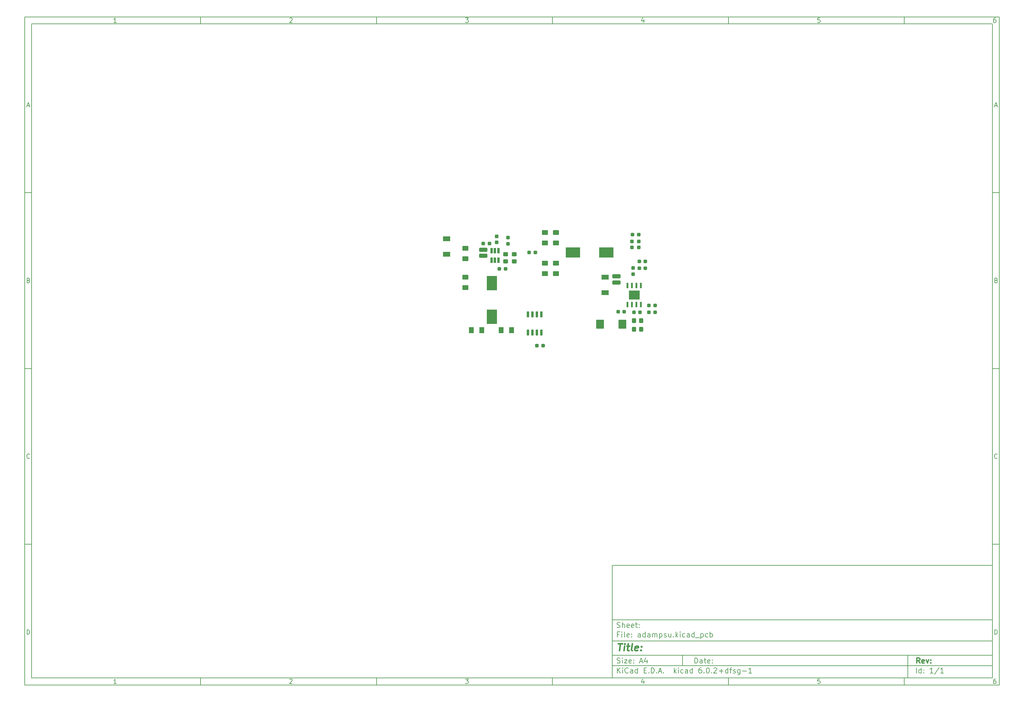
<source format=gbr>
G04 #@! TF.GenerationSoftware,KiCad,Pcbnew,6.0.2+dfsg-1*
G04 #@! TF.CreationDate,2023-07-16T14:07:35-07:00*
G04 #@! TF.ProjectId,adampsu,6164616d-7073-4752-9e6b-696361645f70,rev?*
G04 #@! TF.SameCoordinates,Original*
G04 #@! TF.FileFunction,Paste,Top*
G04 #@! TF.FilePolarity,Positive*
%FSLAX46Y46*%
G04 Gerber Fmt 4.6, Leading zero omitted, Abs format (unit mm)*
G04 Created by KiCad (PCBNEW 6.0.2+dfsg-1) date 2023-07-16 14:07:35*
%MOMM*%
%LPD*%
G01*
G04 APERTURE LIST*
G04 Aperture macros list*
%AMRoundRect*
0 Rectangle with rounded corners*
0 $1 Rounding radius*
0 $2 $3 $4 $5 $6 $7 $8 $9 X,Y pos of 4 corners*
0 Add a 4 corners polygon primitive as box body*
4,1,4,$2,$3,$4,$5,$6,$7,$8,$9,$2,$3,0*
0 Add four circle primitives for the rounded corners*
1,1,$1+$1,$2,$3*
1,1,$1+$1,$4,$5*
1,1,$1+$1,$6,$7*
1,1,$1+$1,$8,$9*
0 Add four rect primitives between the rounded corners*
20,1,$1+$1,$2,$3,$4,$5,0*
20,1,$1+$1,$4,$5,$6,$7,0*
20,1,$1+$1,$6,$7,$8,$9,0*
20,1,$1+$1,$8,$9,$2,$3,0*%
G04 Aperture macros list end*
%ADD10C,0.100000*%
%ADD11C,0.150000*%
%ADD12C,0.300000*%
%ADD13C,0.400000*%
%ADD14RoundRect,0.250000X0.450000X-0.325000X0.450000X0.325000X-0.450000X0.325000X-0.450000X-0.325000X0*%
%ADD15R,3.000000X4.100000*%
%ADD16RoundRect,0.249550X-0.950450X0.325450X-0.950450X-0.325450X0.950450X-0.325450X0.950450X0.325450X0*%
%ADD17R,4.100000X3.000000*%
%ADD18RoundRect,0.250001X0.624999X-0.462499X0.624999X0.462499X-0.624999X0.462499X-0.624999X-0.462499X0*%
%ADD19RoundRect,0.237500X0.237500X-0.287500X0.237500X0.287500X-0.237500X0.287500X-0.237500X-0.287500X0*%
%ADD20R,0.600000X1.550000*%
%ADD21R,3.100000X2.600000*%
%ADD22RoundRect,0.237500X-0.287500X-0.237500X0.287500X-0.237500X0.287500X0.237500X-0.287500X0.237500X0*%
%ADD23RoundRect,0.237500X-0.237500X0.287500X-0.237500X-0.287500X0.237500X-0.287500X0.237500X0.287500X0*%
%ADD24RoundRect,0.237500X0.287500X0.237500X-0.287500X0.237500X-0.287500X-0.237500X0.287500X-0.237500X0*%
%ADD25RoundRect,0.250001X-0.462499X-0.624999X0.462499X-0.624999X0.462499X0.624999X-0.462499X0.624999X0*%
%ADD26RoundRect,0.250000X0.875000X1.025000X-0.875000X1.025000X-0.875000X-1.025000X0.875000X-1.025000X0*%
%ADD27RoundRect,0.250000X-0.325000X-0.450000X0.325000X-0.450000X0.325000X0.450000X-0.325000X0.450000X0*%
%ADD28RoundRect,0.250001X-0.624999X0.462499X-0.624999X-0.462499X0.624999X-0.462499X0.624999X0.462499X0*%
%ADD29R,0.650000X1.560000*%
%ADD30R,2.100000X1.400000*%
%ADD31RoundRect,0.250001X0.462499X0.624999X-0.462499X0.624999X-0.462499X-0.624999X0.462499X-0.624999X0*%
%ADD32RoundRect,0.150000X0.150000X-0.725000X0.150000X0.725000X-0.150000X0.725000X-0.150000X-0.725000X0*%
G04 APERTURE END LIST*
D10*
D11*
X177002200Y-166007200D02*
X177002200Y-198007200D01*
X285002200Y-198007200D01*
X285002200Y-166007200D01*
X177002200Y-166007200D01*
D10*
D11*
X10000000Y-10000000D02*
X10000000Y-200007200D01*
X287002200Y-200007200D01*
X287002200Y-10000000D01*
X10000000Y-10000000D01*
D10*
D11*
X12000000Y-12000000D02*
X12000000Y-198007200D01*
X285002200Y-198007200D01*
X285002200Y-12000000D01*
X12000000Y-12000000D01*
D10*
D11*
X60000000Y-12000000D02*
X60000000Y-10000000D01*
D10*
D11*
X110000000Y-12000000D02*
X110000000Y-10000000D01*
D10*
D11*
X160000000Y-12000000D02*
X160000000Y-10000000D01*
D10*
D11*
X210000000Y-12000000D02*
X210000000Y-10000000D01*
D10*
D11*
X260000000Y-12000000D02*
X260000000Y-10000000D01*
D10*
D11*
X36065476Y-11588095D02*
X35322619Y-11588095D01*
X35694047Y-11588095D02*
X35694047Y-10288095D01*
X35570238Y-10473809D01*
X35446428Y-10597619D01*
X35322619Y-10659523D01*
D10*
D11*
X85322619Y-10411904D02*
X85384523Y-10350000D01*
X85508333Y-10288095D01*
X85817857Y-10288095D01*
X85941666Y-10350000D01*
X86003571Y-10411904D01*
X86065476Y-10535714D01*
X86065476Y-10659523D01*
X86003571Y-10845238D01*
X85260714Y-11588095D01*
X86065476Y-11588095D01*
D10*
D11*
X135260714Y-10288095D02*
X136065476Y-10288095D01*
X135632142Y-10783333D01*
X135817857Y-10783333D01*
X135941666Y-10845238D01*
X136003571Y-10907142D01*
X136065476Y-11030952D01*
X136065476Y-11340476D01*
X136003571Y-11464285D01*
X135941666Y-11526190D01*
X135817857Y-11588095D01*
X135446428Y-11588095D01*
X135322619Y-11526190D01*
X135260714Y-11464285D01*
D10*
D11*
X185941666Y-10721428D02*
X185941666Y-11588095D01*
X185632142Y-10226190D02*
X185322619Y-11154761D01*
X186127380Y-11154761D01*
D10*
D11*
X236003571Y-10288095D02*
X235384523Y-10288095D01*
X235322619Y-10907142D01*
X235384523Y-10845238D01*
X235508333Y-10783333D01*
X235817857Y-10783333D01*
X235941666Y-10845238D01*
X236003571Y-10907142D01*
X236065476Y-11030952D01*
X236065476Y-11340476D01*
X236003571Y-11464285D01*
X235941666Y-11526190D01*
X235817857Y-11588095D01*
X235508333Y-11588095D01*
X235384523Y-11526190D01*
X235322619Y-11464285D01*
D10*
D11*
X285941666Y-10288095D02*
X285694047Y-10288095D01*
X285570238Y-10350000D01*
X285508333Y-10411904D01*
X285384523Y-10597619D01*
X285322619Y-10845238D01*
X285322619Y-11340476D01*
X285384523Y-11464285D01*
X285446428Y-11526190D01*
X285570238Y-11588095D01*
X285817857Y-11588095D01*
X285941666Y-11526190D01*
X286003571Y-11464285D01*
X286065476Y-11340476D01*
X286065476Y-11030952D01*
X286003571Y-10907142D01*
X285941666Y-10845238D01*
X285817857Y-10783333D01*
X285570238Y-10783333D01*
X285446428Y-10845238D01*
X285384523Y-10907142D01*
X285322619Y-11030952D01*
D10*
D11*
X60000000Y-198007200D02*
X60000000Y-200007200D01*
D10*
D11*
X110000000Y-198007200D02*
X110000000Y-200007200D01*
D10*
D11*
X160000000Y-198007200D02*
X160000000Y-200007200D01*
D10*
D11*
X210000000Y-198007200D02*
X210000000Y-200007200D01*
D10*
D11*
X260000000Y-198007200D02*
X260000000Y-200007200D01*
D10*
D11*
X36065476Y-199595295D02*
X35322619Y-199595295D01*
X35694047Y-199595295D02*
X35694047Y-198295295D01*
X35570238Y-198481009D01*
X35446428Y-198604819D01*
X35322619Y-198666723D01*
D10*
D11*
X85322619Y-198419104D02*
X85384523Y-198357200D01*
X85508333Y-198295295D01*
X85817857Y-198295295D01*
X85941666Y-198357200D01*
X86003571Y-198419104D01*
X86065476Y-198542914D01*
X86065476Y-198666723D01*
X86003571Y-198852438D01*
X85260714Y-199595295D01*
X86065476Y-199595295D01*
D10*
D11*
X135260714Y-198295295D02*
X136065476Y-198295295D01*
X135632142Y-198790533D01*
X135817857Y-198790533D01*
X135941666Y-198852438D01*
X136003571Y-198914342D01*
X136065476Y-199038152D01*
X136065476Y-199347676D01*
X136003571Y-199471485D01*
X135941666Y-199533390D01*
X135817857Y-199595295D01*
X135446428Y-199595295D01*
X135322619Y-199533390D01*
X135260714Y-199471485D01*
D10*
D11*
X185941666Y-198728628D02*
X185941666Y-199595295D01*
X185632142Y-198233390D02*
X185322619Y-199161961D01*
X186127380Y-199161961D01*
D10*
D11*
X236003571Y-198295295D02*
X235384523Y-198295295D01*
X235322619Y-198914342D01*
X235384523Y-198852438D01*
X235508333Y-198790533D01*
X235817857Y-198790533D01*
X235941666Y-198852438D01*
X236003571Y-198914342D01*
X236065476Y-199038152D01*
X236065476Y-199347676D01*
X236003571Y-199471485D01*
X235941666Y-199533390D01*
X235817857Y-199595295D01*
X235508333Y-199595295D01*
X235384523Y-199533390D01*
X235322619Y-199471485D01*
D10*
D11*
X285941666Y-198295295D02*
X285694047Y-198295295D01*
X285570238Y-198357200D01*
X285508333Y-198419104D01*
X285384523Y-198604819D01*
X285322619Y-198852438D01*
X285322619Y-199347676D01*
X285384523Y-199471485D01*
X285446428Y-199533390D01*
X285570238Y-199595295D01*
X285817857Y-199595295D01*
X285941666Y-199533390D01*
X286003571Y-199471485D01*
X286065476Y-199347676D01*
X286065476Y-199038152D01*
X286003571Y-198914342D01*
X285941666Y-198852438D01*
X285817857Y-198790533D01*
X285570238Y-198790533D01*
X285446428Y-198852438D01*
X285384523Y-198914342D01*
X285322619Y-199038152D01*
D10*
D11*
X10000000Y-60000000D02*
X12000000Y-60000000D01*
D10*
D11*
X10000000Y-110000000D02*
X12000000Y-110000000D01*
D10*
D11*
X10000000Y-160000000D02*
X12000000Y-160000000D01*
D10*
D11*
X10690476Y-35216666D02*
X11309523Y-35216666D01*
X10566666Y-35588095D02*
X11000000Y-34288095D01*
X11433333Y-35588095D01*
D10*
D11*
X11092857Y-84907142D02*
X11278571Y-84969047D01*
X11340476Y-85030952D01*
X11402380Y-85154761D01*
X11402380Y-85340476D01*
X11340476Y-85464285D01*
X11278571Y-85526190D01*
X11154761Y-85588095D01*
X10659523Y-85588095D01*
X10659523Y-84288095D01*
X11092857Y-84288095D01*
X11216666Y-84350000D01*
X11278571Y-84411904D01*
X11340476Y-84535714D01*
X11340476Y-84659523D01*
X11278571Y-84783333D01*
X11216666Y-84845238D01*
X11092857Y-84907142D01*
X10659523Y-84907142D01*
D10*
D11*
X11402380Y-135464285D02*
X11340476Y-135526190D01*
X11154761Y-135588095D01*
X11030952Y-135588095D01*
X10845238Y-135526190D01*
X10721428Y-135402380D01*
X10659523Y-135278571D01*
X10597619Y-135030952D01*
X10597619Y-134845238D01*
X10659523Y-134597619D01*
X10721428Y-134473809D01*
X10845238Y-134350000D01*
X11030952Y-134288095D01*
X11154761Y-134288095D01*
X11340476Y-134350000D01*
X11402380Y-134411904D01*
D10*
D11*
X10659523Y-185588095D02*
X10659523Y-184288095D01*
X10969047Y-184288095D01*
X11154761Y-184350000D01*
X11278571Y-184473809D01*
X11340476Y-184597619D01*
X11402380Y-184845238D01*
X11402380Y-185030952D01*
X11340476Y-185278571D01*
X11278571Y-185402380D01*
X11154761Y-185526190D01*
X10969047Y-185588095D01*
X10659523Y-185588095D01*
D10*
D11*
X287002200Y-60000000D02*
X285002200Y-60000000D01*
D10*
D11*
X287002200Y-110000000D02*
X285002200Y-110000000D01*
D10*
D11*
X287002200Y-160000000D02*
X285002200Y-160000000D01*
D10*
D11*
X285692676Y-35216666D02*
X286311723Y-35216666D01*
X285568866Y-35588095D02*
X286002200Y-34288095D01*
X286435533Y-35588095D01*
D10*
D11*
X286095057Y-84907142D02*
X286280771Y-84969047D01*
X286342676Y-85030952D01*
X286404580Y-85154761D01*
X286404580Y-85340476D01*
X286342676Y-85464285D01*
X286280771Y-85526190D01*
X286156961Y-85588095D01*
X285661723Y-85588095D01*
X285661723Y-84288095D01*
X286095057Y-84288095D01*
X286218866Y-84350000D01*
X286280771Y-84411904D01*
X286342676Y-84535714D01*
X286342676Y-84659523D01*
X286280771Y-84783333D01*
X286218866Y-84845238D01*
X286095057Y-84907142D01*
X285661723Y-84907142D01*
D10*
D11*
X286404580Y-135464285D02*
X286342676Y-135526190D01*
X286156961Y-135588095D01*
X286033152Y-135588095D01*
X285847438Y-135526190D01*
X285723628Y-135402380D01*
X285661723Y-135278571D01*
X285599819Y-135030952D01*
X285599819Y-134845238D01*
X285661723Y-134597619D01*
X285723628Y-134473809D01*
X285847438Y-134350000D01*
X286033152Y-134288095D01*
X286156961Y-134288095D01*
X286342676Y-134350000D01*
X286404580Y-134411904D01*
D10*
D11*
X285661723Y-185588095D02*
X285661723Y-184288095D01*
X285971247Y-184288095D01*
X286156961Y-184350000D01*
X286280771Y-184473809D01*
X286342676Y-184597619D01*
X286404580Y-184845238D01*
X286404580Y-185030952D01*
X286342676Y-185278571D01*
X286280771Y-185402380D01*
X286156961Y-185526190D01*
X285971247Y-185588095D01*
X285661723Y-185588095D01*
D10*
D11*
X200434342Y-193785771D02*
X200434342Y-192285771D01*
X200791485Y-192285771D01*
X201005771Y-192357200D01*
X201148628Y-192500057D01*
X201220057Y-192642914D01*
X201291485Y-192928628D01*
X201291485Y-193142914D01*
X201220057Y-193428628D01*
X201148628Y-193571485D01*
X201005771Y-193714342D01*
X200791485Y-193785771D01*
X200434342Y-193785771D01*
X202577200Y-193785771D02*
X202577200Y-193000057D01*
X202505771Y-192857200D01*
X202362914Y-192785771D01*
X202077200Y-192785771D01*
X201934342Y-192857200D01*
X202577200Y-193714342D02*
X202434342Y-193785771D01*
X202077200Y-193785771D01*
X201934342Y-193714342D01*
X201862914Y-193571485D01*
X201862914Y-193428628D01*
X201934342Y-193285771D01*
X202077200Y-193214342D01*
X202434342Y-193214342D01*
X202577200Y-193142914D01*
X203077200Y-192785771D02*
X203648628Y-192785771D01*
X203291485Y-192285771D02*
X203291485Y-193571485D01*
X203362914Y-193714342D01*
X203505771Y-193785771D01*
X203648628Y-193785771D01*
X204720057Y-193714342D02*
X204577200Y-193785771D01*
X204291485Y-193785771D01*
X204148628Y-193714342D01*
X204077200Y-193571485D01*
X204077200Y-193000057D01*
X204148628Y-192857200D01*
X204291485Y-192785771D01*
X204577200Y-192785771D01*
X204720057Y-192857200D01*
X204791485Y-193000057D01*
X204791485Y-193142914D01*
X204077200Y-193285771D01*
X205434342Y-193642914D02*
X205505771Y-193714342D01*
X205434342Y-193785771D01*
X205362914Y-193714342D01*
X205434342Y-193642914D01*
X205434342Y-193785771D01*
X205434342Y-192857200D02*
X205505771Y-192928628D01*
X205434342Y-193000057D01*
X205362914Y-192928628D01*
X205434342Y-192857200D01*
X205434342Y-193000057D01*
D10*
D11*
X177002200Y-194507200D02*
X285002200Y-194507200D01*
D10*
D11*
X178434342Y-196585771D02*
X178434342Y-195085771D01*
X179291485Y-196585771D02*
X178648628Y-195728628D01*
X179291485Y-195085771D02*
X178434342Y-195942914D01*
X179934342Y-196585771D02*
X179934342Y-195585771D01*
X179934342Y-195085771D02*
X179862914Y-195157200D01*
X179934342Y-195228628D01*
X180005771Y-195157200D01*
X179934342Y-195085771D01*
X179934342Y-195228628D01*
X181505771Y-196442914D02*
X181434342Y-196514342D01*
X181220057Y-196585771D01*
X181077200Y-196585771D01*
X180862914Y-196514342D01*
X180720057Y-196371485D01*
X180648628Y-196228628D01*
X180577200Y-195942914D01*
X180577200Y-195728628D01*
X180648628Y-195442914D01*
X180720057Y-195300057D01*
X180862914Y-195157200D01*
X181077200Y-195085771D01*
X181220057Y-195085771D01*
X181434342Y-195157200D01*
X181505771Y-195228628D01*
X182791485Y-196585771D02*
X182791485Y-195800057D01*
X182720057Y-195657200D01*
X182577200Y-195585771D01*
X182291485Y-195585771D01*
X182148628Y-195657200D01*
X182791485Y-196514342D02*
X182648628Y-196585771D01*
X182291485Y-196585771D01*
X182148628Y-196514342D01*
X182077200Y-196371485D01*
X182077200Y-196228628D01*
X182148628Y-196085771D01*
X182291485Y-196014342D01*
X182648628Y-196014342D01*
X182791485Y-195942914D01*
X184148628Y-196585771D02*
X184148628Y-195085771D01*
X184148628Y-196514342D02*
X184005771Y-196585771D01*
X183720057Y-196585771D01*
X183577200Y-196514342D01*
X183505771Y-196442914D01*
X183434342Y-196300057D01*
X183434342Y-195871485D01*
X183505771Y-195728628D01*
X183577200Y-195657200D01*
X183720057Y-195585771D01*
X184005771Y-195585771D01*
X184148628Y-195657200D01*
X186005771Y-195800057D02*
X186505771Y-195800057D01*
X186720057Y-196585771D02*
X186005771Y-196585771D01*
X186005771Y-195085771D01*
X186720057Y-195085771D01*
X187362914Y-196442914D02*
X187434342Y-196514342D01*
X187362914Y-196585771D01*
X187291485Y-196514342D01*
X187362914Y-196442914D01*
X187362914Y-196585771D01*
X188077200Y-196585771D02*
X188077200Y-195085771D01*
X188434342Y-195085771D01*
X188648628Y-195157200D01*
X188791485Y-195300057D01*
X188862914Y-195442914D01*
X188934342Y-195728628D01*
X188934342Y-195942914D01*
X188862914Y-196228628D01*
X188791485Y-196371485D01*
X188648628Y-196514342D01*
X188434342Y-196585771D01*
X188077200Y-196585771D01*
X189577200Y-196442914D02*
X189648628Y-196514342D01*
X189577200Y-196585771D01*
X189505771Y-196514342D01*
X189577200Y-196442914D01*
X189577200Y-196585771D01*
X190220057Y-196157200D02*
X190934342Y-196157200D01*
X190077200Y-196585771D02*
X190577200Y-195085771D01*
X191077200Y-196585771D01*
X191577200Y-196442914D02*
X191648628Y-196514342D01*
X191577200Y-196585771D01*
X191505771Y-196514342D01*
X191577200Y-196442914D01*
X191577200Y-196585771D01*
X194577200Y-196585771D02*
X194577200Y-195085771D01*
X194720057Y-196014342D02*
X195148628Y-196585771D01*
X195148628Y-195585771D02*
X194577200Y-196157200D01*
X195791485Y-196585771D02*
X195791485Y-195585771D01*
X195791485Y-195085771D02*
X195720057Y-195157200D01*
X195791485Y-195228628D01*
X195862914Y-195157200D01*
X195791485Y-195085771D01*
X195791485Y-195228628D01*
X197148628Y-196514342D02*
X197005771Y-196585771D01*
X196720057Y-196585771D01*
X196577200Y-196514342D01*
X196505771Y-196442914D01*
X196434342Y-196300057D01*
X196434342Y-195871485D01*
X196505771Y-195728628D01*
X196577200Y-195657200D01*
X196720057Y-195585771D01*
X197005771Y-195585771D01*
X197148628Y-195657200D01*
X198434342Y-196585771D02*
X198434342Y-195800057D01*
X198362914Y-195657200D01*
X198220057Y-195585771D01*
X197934342Y-195585771D01*
X197791485Y-195657200D01*
X198434342Y-196514342D02*
X198291485Y-196585771D01*
X197934342Y-196585771D01*
X197791485Y-196514342D01*
X197720057Y-196371485D01*
X197720057Y-196228628D01*
X197791485Y-196085771D01*
X197934342Y-196014342D01*
X198291485Y-196014342D01*
X198434342Y-195942914D01*
X199791485Y-196585771D02*
X199791485Y-195085771D01*
X199791485Y-196514342D02*
X199648628Y-196585771D01*
X199362914Y-196585771D01*
X199220057Y-196514342D01*
X199148628Y-196442914D01*
X199077200Y-196300057D01*
X199077200Y-195871485D01*
X199148628Y-195728628D01*
X199220057Y-195657200D01*
X199362914Y-195585771D01*
X199648628Y-195585771D01*
X199791485Y-195657200D01*
X202291485Y-195085771D02*
X202005771Y-195085771D01*
X201862914Y-195157200D01*
X201791485Y-195228628D01*
X201648628Y-195442914D01*
X201577200Y-195728628D01*
X201577200Y-196300057D01*
X201648628Y-196442914D01*
X201720057Y-196514342D01*
X201862914Y-196585771D01*
X202148628Y-196585771D01*
X202291485Y-196514342D01*
X202362914Y-196442914D01*
X202434342Y-196300057D01*
X202434342Y-195942914D01*
X202362914Y-195800057D01*
X202291485Y-195728628D01*
X202148628Y-195657200D01*
X201862914Y-195657200D01*
X201720057Y-195728628D01*
X201648628Y-195800057D01*
X201577200Y-195942914D01*
X203077200Y-196442914D02*
X203148628Y-196514342D01*
X203077200Y-196585771D01*
X203005771Y-196514342D01*
X203077200Y-196442914D01*
X203077200Y-196585771D01*
X204077200Y-195085771D02*
X204220057Y-195085771D01*
X204362914Y-195157200D01*
X204434342Y-195228628D01*
X204505771Y-195371485D01*
X204577200Y-195657200D01*
X204577200Y-196014342D01*
X204505771Y-196300057D01*
X204434342Y-196442914D01*
X204362914Y-196514342D01*
X204220057Y-196585771D01*
X204077200Y-196585771D01*
X203934342Y-196514342D01*
X203862914Y-196442914D01*
X203791485Y-196300057D01*
X203720057Y-196014342D01*
X203720057Y-195657200D01*
X203791485Y-195371485D01*
X203862914Y-195228628D01*
X203934342Y-195157200D01*
X204077200Y-195085771D01*
X205220057Y-196442914D02*
X205291485Y-196514342D01*
X205220057Y-196585771D01*
X205148628Y-196514342D01*
X205220057Y-196442914D01*
X205220057Y-196585771D01*
X205862914Y-195228628D02*
X205934342Y-195157200D01*
X206077200Y-195085771D01*
X206434342Y-195085771D01*
X206577200Y-195157200D01*
X206648628Y-195228628D01*
X206720057Y-195371485D01*
X206720057Y-195514342D01*
X206648628Y-195728628D01*
X205791485Y-196585771D01*
X206720057Y-196585771D01*
X207362914Y-196014342D02*
X208505771Y-196014342D01*
X207934342Y-196585771D02*
X207934342Y-195442914D01*
X209862914Y-196585771D02*
X209862914Y-195085771D01*
X209862914Y-196514342D02*
X209720057Y-196585771D01*
X209434342Y-196585771D01*
X209291485Y-196514342D01*
X209220057Y-196442914D01*
X209148628Y-196300057D01*
X209148628Y-195871485D01*
X209220057Y-195728628D01*
X209291485Y-195657200D01*
X209434342Y-195585771D01*
X209720057Y-195585771D01*
X209862914Y-195657200D01*
X210362914Y-195585771D02*
X210934342Y-195585771D01*
X210577200Y-196585771D02*
X210577200Y-195300057D01*
X210648628Y-195157200D01*
X210791485Y-195085771D01*
X210934342Y-195085771D01*
X211362914Y-196514342D02*
X211505771Y-196585771D01*
X211791485Y-196585771D01*
X211934342Y-196514342D01*
X212005771Y-196371485D01*
X212005771Y-196300057D01*
X211934342Y-196157200D01*
X211791485Y-196085771D01*
X211577200Y-196085771D01*
X211434342Y-196014342D01*
X211362914Y-195871485D01*
X211362914Y-195800057D01*
X211434342Y-195657200D01*
X211577200Y-195585771D01*
X211791485Y-195585771D01*
X211934342Y-195657200D01*
X213291485Y-195585771D02*
X213291485Y-196800057D01*
X213220057Y-196942914D01*
X213148628Y-197014342D01*
X213005771Y-197085771D01*
X212791485Y-197085771D01*
X212648628Y-197014342D01*
X213291485Y-196514342D02*
X213148628Y-196585771D01*
X212862914Y-196585771D01*
X212720057Y-196514342D01*
X212648628Y-196442914D01*
X212577200Y-196300057D01*
X212577200Y-195871485D01*
X212648628Y-195728628D01*
X212720057Y-195657200D01*
X212862914Y-195585771D01*
X213148628Y-195585771D01*
X213291485Y-195657200D01*
X214005771Y-196014342D02*
X215148628Y-196014342D01*
X216648628Y-196585771D02*
X215791485Y-196585771D01*
X216220057Y-196585771D02*
X216220057Y-195085771D01*
X216077200Y-195300057D01*
X215934342Y-195442914D01*
X215791485Y-195514342D01*
D10*
D11*
X177002200Y-191507200D02*
X285002200Y-191507200D01*
D10*
D12*
X264411485Y-193785771D02*
X263911485Y-193071485D01*
X263554342Y-193785771D02*
X263554342Y-192285771D01*
X264125771Y-192285771D01*
X264268628Y-192357200D01*
X264340057Y-192428628D01*
X264411485Y-192571485D01*
X264411485Y-192785771D01*
X264340057Y-192928628D01*
X264268628Y-193000057D01*
X264125771Y-193071485D01*
X263554342Y-193071485D01*
X265625771Y-193714342D02*
X265482914Y-193785771D01*
X265197200Y-193785771D01*
X265054342Y-193714342D01*
X264982914Y-193571485D01*
X264982914Y-193000057D01*
X265054342Y-192857200D01*
X265197200Y-192785771D01*
X265482914Y-192785771D01*
X265625771Y-192857200D01*
X265697200Y-193000057D01*
X265697200Y-193142914D01*
X264982914Y-193285771D01*
X266197200Y-192785771D02*
X266554342Y-193785771D01*
X266911485Y-192785771D01*
X267482914Y-193642914D02*
X267554342Y-193714342D01*
X267482914Y-193785771D01*
X267411485Y-193714342D01*
X267482914Y-193642914D01*
X267482914Y-193785771D01*
X267482914Y-192857200D02*
X267554342Y-192928628D01*
X267482914Y-193000057D01*
X267411485Y-192928628D01*
X267482914Y-192857200D01*
X267482914Y-193000057D01*
D10*
D11*
X178362914Y-193714342D02*
X178577200Y-193785771D01*
X178934342Y-193785771D01*
X179077200Y-193714342D01*
X179148628Y-193642914D01*
X179220057Y-193500057D01*
X179220057Y-193357200D01*
X179148628Y-193214342D01*
X179077200Y-193142914D01*
X178934342Y-193071485D01*
X178648628Y-193000057D01*
X178505771Y-192928628D01*
X178434342Y-192857200D01*
X178362914Y-192714342D01*
X178362914Y-192571485D01*
X178434342Y-192428628D01*
X178505771Y-192357200D01*
X178648628Y-192285771D01*
X179005771Y-192285771D01*
X179220057Y-192357200D01*
X179862914Y-193785771D02*
X179862914Y-192785771D01*
X179862914Y-192285771D02*
X179791485Y-192357200D01*
X179862914Y-192428628D01*
X179934342Y-192357200D01*
X179862914Y-192285771D01*
X179862914Y-192428628D01*
X180434342Y-192785771D02*
X181220057Y-192785771D01*
X180434342Y-193785771D01*
X181220057Y-193785771D01*
X182362914Y-193714342D02*
X182220057Y-193785771D01*
X181934342Y-193785771D01*
X181791485Y-193714342D01*
X181720057Y-193571485D01*
X181720057Y-193000057D01*
X181791485Y-192857200D01*
X181934342Y-192785771D01*
X182220057Y-192785771D01*
X182362914Y-192857200D01*
X182434342Y-193000057D01*
X182434342Y-193142914D01*
X181720057Y-193285771D01*
X183077200Y-193642914D02*
X183148628Y-193714342D01*
X183077200Y-193785771D01*
X183005771Y-193714342D01*
X183077200Y-193642914D01*
X183077200Y-193785771D01*
X183077200Y-192857200D02*
X183148628Y-192928628D01*
X183077200Y-193000057D01*
X183005771Y-192928628D01*
X183077200Y-192857200D01*
X183077200Y-193000057D01*
X184862914Y-193357200D02*
X185577200Y-193357200D01*
X184720057Y-193785771D02*
X185220057Y-192285771D01*
X185720057Y-193785771D01*
X186862914Y-192785771D02*
X186862914Y-193785771D01*
X186505771Y-192214342D02*
X186148628Y-193285771D01*
X187077200Y-193285771D01*
D10*
D11*
X263434342Y-196585771D02*
X263434342Y-195085771D01*
X264791485Y-196585771D02*
X264791485Y-195085771D01*
X264791485Y-196514342D02*
X264648628Y-196585771D01*
X264362914Y-196585771D01*
X264220057Y-196514342D01*
X264148628Y-196442914D01*
X264077200Y-196300057D01*
X264077200Y-195871485D01*
X264148628Y-195728628D01*
X264220057Y-195657200D01*
X264362914Y-195585771D01*
X264648628Y-195585771D01*
X264791485Y-195657200D01*
X265505771Y-196442914D02*
X265577200Y-196514342D01*
X265505771Y-196585771D01*
X265434342Y-196514342D01*
X265505771Y-196442914D01*
X265505771Y-196585771D01*
X265505771Y-195657200D02*
X265577200Y-195728628D01*
X265505771Y-195800057D01*
X265434342Y-195728628D01*
X265505771Y-195657200D01*
X265505771Y-195800057D01*
X268148628Y-196585771D02*
X267291485Y-196585771D01*
X267720057Y-196585771D02*
X267720057Y-195085771D01*
X267577200Y-195300057D01*
X267434342Y-195442914D01*
X267291485Y-195514342D01*
X269862914Y-195014342D02*
X268577200Y-196942914D01*
X271148628Y-196585771D02*
X270291485Y-196585771D01*
X270720057Y-196585771D02*
X270720057Y-195085771D01*
X270577200Y-195300057D01*
X270434342Y-195442914D01*
X270291485Y-195514342D01*
D10*
D11*
X177002200Y-187507200D02*
X285002200Y-187507200D01*
D10*
D13*
X178714580Y-188211961D02*
X179857438Y-188211961D01*
X179036009Y-190211961D02*
X179286009Y-188211961D01*
X180274104Y-190211961D02*
X180440771Y-188878628D01*
X180524104Y-188211961D02*
X180416961Y-188307200D01*
X180500295Y-188402438D01*
X180607438Y-188307200D01*
X180524104Y-188211961D01*
X180500295Y-188402438D01*
X181107438Y-188878628D02*
X181869342Y-188878628D01*
X181476485Y-188211961D02*
X181262200Y-189926247D01*
X181333628Y-190116723D01*
X181512200Y-190211961D01*
X181702676Y-190211961D01*
X182655057Y-190211961D02*
X182476485Y-190116723D01*
X182405057Y-189926247D01*
X182619342Y-188211961D01*
X184190771Y-190116723D02*
X183988390Y-190211961D01*
X183607438Y-190211961D01*
X183428866Y-190116723D01*
X183357438Y-189926247D01*
X183452676Y-189164342D01*
X183571723Y-188973866D01*
X183774104Y-188878628D01*
X184155057Y-188878628D01*
X184333628Y-188973866D01*
X184405057Y-189164342D01*
X184381247Y-189354819D01*
X183405057Y-189545295D01*
X185155057Y-190021485D02*
X185238390Y-190116723D01*
X185131247Y-190211961D01*
X185047914Y-190116723D01*
X185155057Y-190021485D01*
X185131247Y-190211961D01*
X185286009Y-188973866D02*
X185369342Y-189069104D01*
X185262200Y-189164342D01*
X185178866Y-189069104D01*
X185286009Y-188973866D01*
X185262200Y-189164342D01*
D10*
D11*
X178934342Y-185600057D02*
X178434342Y-185600057D01*
X178434342Y-186385771D02*
X178434342Y-184885771D01*
X179148628Y-184885771D01*
X179720057Y-186385771D02*
X179720057Y-185385771D01*
X179720057Y-184885771D02*
X179648628Y-184957200D01*
X179720057Y-185028628D01*
X179791485Y-184957200D01*
X179720057Y-184885771D01*
X179720057Y-185028628D01*
X180648628Y-186385771D02*
X180505771Y-186314342D01*
X180434342Y-186171485D01*
X180434342Y-184885771D01*
X181791485Y-186314342D02*
X181648628Y-186385771D01*
X181362914Y-186385771D01*
X181220057Y-186314342D01*
X181148628Y-186171485D01*
X181148628Y-185600057D01*
X181220057Y-185457200D01*
X181362914Y-185385771D01*
X181648628Y-185385771D01*
X181791485Y-185457200D01*
X181862914Y-185600057D01*
X181862914Y-185742914D01*
X181148628Y-185885771D01*
X182505771Y-186242914D02*
X182577200Y-186314342D01*
X182505771Y-186385771D01*
X182434342Y-186314342D01*
X182505771Y-186242914D01*
X182505771Y-186385771D01*
X182505771Y-185457200D02*
X182577200Y-185528628D01*
X182505771Y-185600057D01*
X182434342Y-185528628D01*
X182505771Y-185457200D01*
X182505771Y-185600057D01*
X185005771Y-186385771D02*
X185005771Y-185600057D01*
X184934342Y-185457200D01*
X184791485Y-185385771D01*
X184505771Y-185385771D01*
X184362914Y-185457200D01*
X185005771Y-186314342D02*
X184862914Y-186385771D01*
X184505771Y-186385771D01*
X184362914Y-186314342D01*
X184291485Y-186171485D01*
X184291485Y-186028628D01*
X184362914Y-185885771D01*
X184505771Y-185814342D01*
X184862914Y-185814342D01*
X185005771Y-185742914D01*
X186362914Y-186385771D02*
X186362914Y-184885771D01*
X186362914Y-186314342D02*
X186220057Y-186385771D01*
X185934342Y-186385771D01*
X185791485Y-186314342D01*
X185720057Y-186242914D01*
X185648628Y-186100057D01*
X185648628Y-185671485D01*
X185720057Y-185528628D01*
X185791485Y-185457200D01*
X185934342Y-185385771D01*
X186220057Y-185385771D01*
X186362914Y-185457200D01*
X187720057Y-186385771D02*
X187720057Y-185600057D01*
X187648628Y-185457200D01*
X187505771Y-185385771D01*
X187220057Y-185385771D01*
X187077200Y-185457200D01*
X187720057Y-186314342D02*
X187577200Y-186385771D01*
X187220057Y-186385771D01*
X187077200Y-186314342D01*
X187005771Y-186171485D01*
X187005771Y-186028628D01*
X187077200Y-185885771D01*
X187220057Y-185814342D01*
X187577200Y-185814342D01*
X187720057Y-185742914D01*
X188434342Y-186385771D02*
X188434342Y-185385771D01*
X188434342Y-185528628D02*
X188505771Y-185457200D01*
X188648628Y-185385771D01*
X188862914Y-185385771D01*
X189005771Y-185457200D01*
X189077200Y-185600057D01*
X189077200Y-186385771D01*
X189077200Y-185600057D02*
X189148628Y-185457200D01*
X189291485Y-185385771D01*
X189505771Y-185385771D01*
X189648628Y-185457200D01*
X189720057Y-185600057D01*
X189720057Y-186385771D01*
X190434342Y-185385771D02*
X190434342Y-186885771D01*
X190434342Y-185457200D02*
X190577200Y-185385771D01*
X190862914Y-185385771D01*
X191005771Y-185457200D01*
X191077200Y-185528628D01*
X191148628Y-185671485D01*
X191148628Y-186100057D01*
X191077200Y-186242914D01*
X191005771Y-186314342D01*
X190862914Y-186385771D01*
X190577200Y-186385771D01*
X190434342Y-186314342D01*
X191720057Y-186314342D02*
X191862914Y-186385771D01*
X192148628Y-186385771D01*
X192291485Y-186314342D01*
X192362914Y-186171485D01*
X192362914Y-186100057D01*
X192291485Y-185957200D01*
X192148628Y-185885771D01*
X191934342Y-185885771D01*
X191791485Y-185814342D01*
X191720057Y-185671485D01*
X191720057Y-185600057D01*
X191791485Y-185457200D01*
X191934342Y-185385771D01*
X192148628Y-185385771D01*
X192291485Y-185457200D01*
X193648628Y-185385771D02*
X193648628Y-186385771D01*
X193005771Y-185385771D02*
X193005771Y-186171485D01*
X193077200Y-186314342D01*
X193220057Y-186385771D01*
X193434342Y-186385771D01*
X193577200Y-186314342D01*
X193648628Y-186242914D01*
X194362914Y-186242914D02*
X194434342Y-186314342D01*
X194362914Y-186385771D01*
X194291485Y-186314342D01*
X194362914Y-186242914D01*
X194362914Y-186385771D01*
X195077200Y-186385771D02*
X195077200Y-184885771D01*
X195220057Y-185814342D02*
X195648628Y-186385771D01*
X195648628Y-185385771D02*
X195077200Y-185957200D01*
X196291485Y-186385771D02*
X196291485Y-185385771D01*
X196291485Y-184885771D02*
X196220057Y-184957200D01*
X196291485Y-185028628D01*
X196362914Y-184957200D01*
X196291485Y-184885771D01*
X196291485Y-185028628D01*
X197648628Y-186314342D02*
X197505771Y-186385771D01*
X197220057Y-186385771D01*
X197077200Y-186314342D01*
X197005771Y-186242914D01*
X196934342Y-186100057D01*
X196934342Y-185671485D01*
X197005771Y-185528628D01*
X197077200Y-185457200D01*
X197220057Y-185385771D01*
X197505771Y-185385771D01*
X197648628Y-185457200D01*
X198934342Y-186385771D02*
X198934342Y-185600057D01*
X198862914Y-185457200D01*
X198720057Y-185385771D01*
X198434342Y-185385771D01*
X198291485Y-185457200D01*
X198934342Y-186314342D02*
X198791485Y-186385771D01*
X198434342Y-186385771D01*
X198291485Y-186314342D01*
X198220057Y-186171485D01*
X198220057Y-186028628D01*
X198291485Y-185885771D01*
X198434342Y-185814342D01*
X198791485Y-185814342D01*
X198934342Y-185742914D01*
X200291485Y-186385771D02*
X200291485Y-184885771D01*
X200291485Y-186314342D02*
X200148628Y-186385771D01*
X199862914Y-186385771D01*
X199720057Y-186314342D01*
X199648628Y-186242914D01*
X199577200Y-186100057D01*
X199577200Y-185671485D01*
X199648628Y-185528628D01*
X199720057Y-185457200D01*
X199862914Y-185385771D01*
X200148628Y-185385771D01*
X200291485Y-185457200D01*
X200648628Y-186528628D02*
X201791485Y-186528628D01*
X202148628Y-185385771D02*
X202148628Y-186885771D01*
X202148628Y-185457200D02*
X202291485Y-185385771D01*
X202577200Y-185385771D01*
X202720057Y-185457200D01*
X202791485Y-185528628D01*
X202862914Y-185671485D01*
X202862914Y-186100057D01*
X202791485Y-186242914D01*
X202720057Y-186314342D01*
X202577200Y-186385771D01*
X202291485Y-186385771D01*
X202148628Y-186314342D01*
X204148628Y-186314342D02*
X204005771Y-186385771D01*
X203720057Y-186385771D01*
X203577200Y-186314342D01*
X203505771Y-186242914D01*
X203434342Y-186100057D01*
X203434342Y-185671485D01*
X203505771Y-185528628D01*
X203577200Y-185457200D01*
X203720057Y-185385771D01*
X204005771Y-185385771D01*
X204148628Y-185457200D01*
X204791485Y-186385771D02*
X204791485Y-184885771D01*
X204791485Y-185457200D02*
X204934342Y-185385771D01*
X205220057Y-185385771D01*
X205362914Y-185457200D01*
X205434342Y-185528628D01*
X205505771Y-185671485D01*
X205505771Y-186100057D01*
X205434342Y-186242914D01*
X205362914Y-186314342D01*
X205220057Y-186385771D01*
X204934342Y-186385771D01*
X204791485Y-186314342D01*
D10*
D11*
X177002200Y-181507200D02*
X285002200Y-181507200D01*
D10*
D11*
X178362914Y-183614342D02*
X178577200Y-183685771D01*
X178934342Y-183685771D01*
X179077200Y-183614342D01*
X179148628Y-183542914D01*
X179220057Y-183400057D01*
X179220057Y-183257200D01*
X179148628Y-183114342D01*
X179077200Y-183042914D01*
X178934342Y-182971485D01*
X178648628Y-182900057D01*
X178505771Y-182828628D01*
X178434342Y-182757200D01*
X178362914Y-182614342D01*
X178362914Y-182471485D01*
X178434342Y-182328628D01*
X178505771Y-182257200D01*
X178648628Y-182185771D01*
X179005771Y-182185771D01*
X179220057Y-182257200D01*
X179862914Y-183685771D02*
X179862914Y-182185771D01*
X180505771Y-183685771D02*
X180505771Y-182900057D01*
X180434342Y-182757200D01*
X180291485Y-182685771D01*
X180077200Y-182685771D01*
X179934342Y-182757200D01*
X179862914Y-182828628D01*
X181791485Y-183614342D02*
X181648628Y-183685771D01*
X181362914Y-183685771D01*
X181220057Y-183614342D01*
X181148628Y-183471485D01*
X181148628Y-182900057D01*
X181220057Y-182757200D01*
X181362914Y-182685771D01*
X181648628Y-182685771D01*
X181791485Y-182757200D01*
X181862914Y-182900057D01*
X181862914Y-183042914D01*
X181148628Y-183185771D01*
X183077200Y-183614342D02*
X182934342Y-183685771D01*
X182648628Y-183685771D01*
X182505771Y-183614342D01*
X182434342Y-183471485D01*
X182434342Y-182900057D01*
X182505771Y-182757200D01*
X182648628Y-182685771D01*
X182934342Y-182685771D01*
X183077200Y-182757200D01*
X183148628Y-182900057D01*
X183148628Y-183042914D01*
X182434342Y-183185771D01*
X183577200Y-182685771D02*
X184148628Y-182685771D01*
X183791485Y-182185771D02*
X183791485Y-183471485D01*
X183862914Y-183614342D01*
X184005771Y-183685771D01*
X184148628Y-183685771D01*
X184648628Y-183542914D02*
X184720057Y-183614342D01*
X184648628Y-183685771D01*
X184577200Y-183614342D01*
X184648628Y-183542914D01*
X184648628Y-183685771D01*
X184648628Y-182757200D02*
X184720057Y-182828628D01*
X184648628Y-182900057D01*
X184577200Y-182828628D01*
X184648628Y-182757200D01*
X184648628Y-182900057D01*
D10*
D12*
D10*
D11*
D10*
D11*
D10*
D11*
D10*
D11*
D10*
D11*
X197002200Y-191507200D02*
X197002200Y-194507200D01*
D10*
D11*
X261002200Y-191507200D02*
X261002200Y-198007200D01*
D14*
X146685000Y-79520000D03*
X146685000Y-77470000D03*
D15*
X142764000Y-85738000D03*
X142764000Y-95238000D03*
D16*
X140335000Y-76200000D03*
X140335000Y-77950000D03*
D17*
X175275000Y-77010000D03*
X165775000Y-77010000D03*
D16*
X178145000Y-83755000D03*
X178145000Y-85505000D03*
D18*
X157825000Y-82985000D03*
X157825000Y-80010000D03*
D19*
X182590000Y-75585000D03*
X182590000Y-73835000D03*
D20*
X181320000Y-91775000D03*
X182590000Y-91775000D03*
X183860000Y-91775000D03*
X185130000Y-91775000D03*
X185130000Y-86375000D03*
X183860000Y-86375000D03*
X182590000Y-86375000D03*
X181320000Y-86375000D03*
D21*
X183225000Y-89075000D03*
D22*
X183150000Y-93980000D03*
X184900000Y-93980000D03*
X187430000Y-93980000D03*
X189180000Y-93980000D03*
X144937000Y-81674000D03*
X146687000Y-81674000D03*
D23*
X144145000Y-72390000D03*
X144145000Y-74140000D03*
D24*
X186400000Y-81455000D03*
X184650000Y-81455000D03*
D25*
X145415000Y-99060000D03*
X148390000Y-99060000D03*
D26*
X179900000Y-97360000D03*
X173500000Y-97360000D03*
D27*
X183137500Y-98860000D03*
X185187500Y-98860000D03*
D28*
X157825000Y-71320000D03*
X157825000Y-74295000D03*
D18*
X161000000Y-74295000D03*
X161000000Y-71320000D03*
D22*
X187430000Y-92075000D03*
X189180000Y-92075000D03*
D24*
X186400000Y-79550000D03*
X184650000Y-79550000D03*
D14*
X149110000Y-79520000D03*
X149110000Y-77470000D03*
D23*
X182880000Y-81435000D03*
X182880000Y-83185000D03*
D24*
X180400000Y-93853000D03*
X178650000Y-93853000D03*
D27*
X183137500Y-96360000D03*
X185187500Y-96360000D03*
D28*
X161000000Y-80010000D03*
X161000000Y-82985000D03*
D23*
X184495000Y-73835000D03*
X184495000Y-75585000D03*
D22*
X182745000Y-71930000D03*
X184495000Y-71930000D03*
D29*
X142703000Y-79214000D03*
X143653000Y-79214000D03*
X144603000Y-79214000D03*
X144603000Y-76514000D03*
X143653000Y-76514000D03*
X142703000Y-76514000D03*
D22*
X140349000Y-74422000D03*
X142099000Y-74422000D03*
D19*
X147320000Y-74535000D03*
X147320000Y-72785000D03*
D30*
X129900000Y-77470000D03*
X129900000Y-73070000D03*
X174970000Y-83995000D03*
X174970000Y-88395000D03*
D24*
X155130000Y-77010000D03*
X153380000Y-77010000D03*
D18*
X135255000Y-86995000D03*
X135255000Y-84020000D03*
D22*
X155575000Y-103505000D03*
X157325000Y-103505000D03*
D31*
X139917500Y-99060000D03*
X136942500Y-99060000D03*
D28*
X135255000Y-75765000D03*
X135255000Y-78740000D03*
D32*
X153035000Y-99730000D03*
X154305000Y-99730000D03*
X155575000Y-99730000D03*
X156845000Y-99730000D03*
X156845000Y-94580000D03*
X155575000Y-94580000D03*
X154305000Y-94580000D03*
X153035000Y-94580000D03*
M02*

</source>
